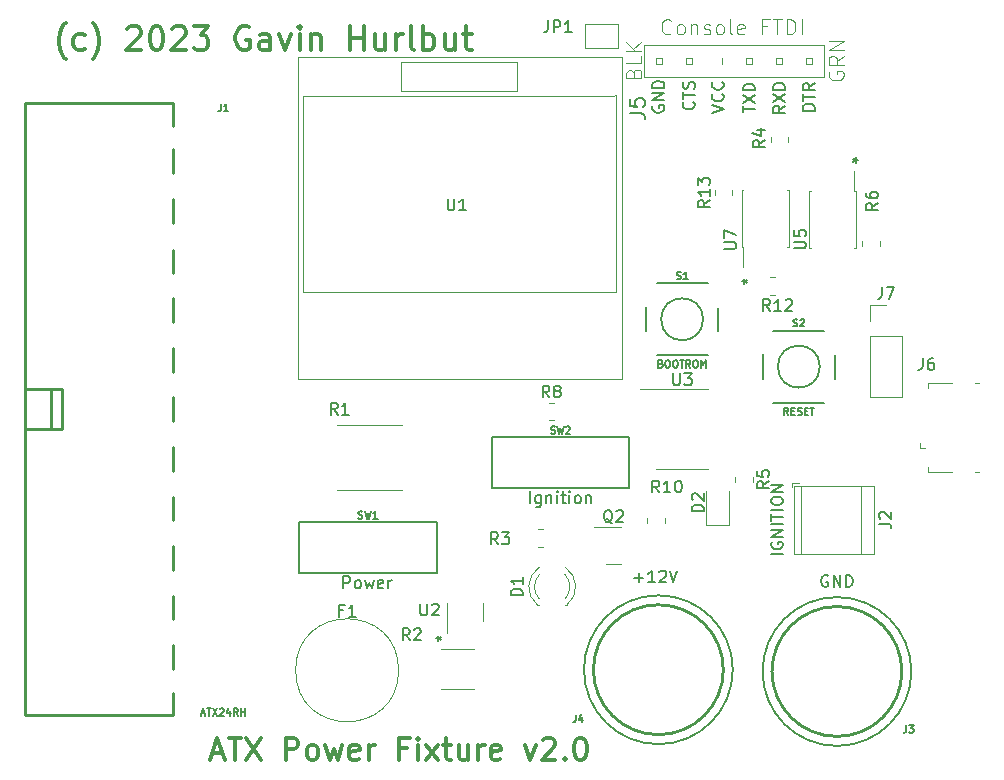
<source format=gbr>
%TF.GenerationSoftware,KiCad,Pcbnew,6.0.11-2627ca5db0~126~ubuntu22.04.1*%
%TF.CreationDate,2023-03-06T19:17:37-05:00*%
%TF.ProjectId,atx-power-fixture,6174782d-706f-4776-9572-2d6669787475,2.0*%
%TF.SameCoordinates,Original*%
%TF.FileFunction,Legend,Top*%
%TF.FilePolarity,Positive*%
%FSLAX46Y46*%
G04 Gerber Fmt 4.6, Leading zero omitted, Abs format (unit mm)*
G04 Created by KiCad (PCBNEW 6.0.11-2627ca5db0~126~ubuntu22.04.1) date 2023-03-06 19:17:37*
%MOMM*%
%LPD*%
G01*
G04 APERTURE LIST*
%ADD10C,0.300000*%
%ADD11C,0.150000*%
%ADD12C,0.127000*%
%ADD13C,0.101600*%
%ADD14C,0.120000*%
%ADD15C,0.203200*%
%ADD16C,0.066040*%
%ADD17C,0.254000*%
G04 APERTURE END LIST*
D10*
X92298095Y-56036666D02*
X92202857Y-55941428D01*
X92012380Y-55655714D01*
X91917142Y-55465238D01*
X91821904Y-55179523D01*
X91726666Y-54703333D01*
X91726666Y-54322380D01*
X91821904Y-53846190D01*
X91917142Y-53560476D01*
X92012380Y-53370000D01*
X92202857Y-53084285D01*
X92298095Y-52989047D01*
X93917142Y-55179523D02*
X93726666Y-55274761D01*
X93345714Y-55274761D01*
X93155238Y-55179523D01*
X93060000Y-55084285D01*
X92964761Y-54893809D01*
X92964761Y-54322380D01*
X93060000Y-54131904D01*
X93155238Y-54036666D01*
X93345714Y-53941428D01*
X93726666Y-53941428D01*
X93917142Y-54036666D01*
X94583809Y-56036666D02*
X94679047Y-55941428D01*
X94869523Y-55655714D01*
X94964761Y-55465238D01*
X95060000Y-55179523D01*
X95155238Y-54703333D01*
X95155238Y-54322380D01*
X95060000Y-53846190D01*
X94964761Y-53560476D01*
X94869523Y-53370000D01*
X94679047Y-53084285D01*
X94583809Y-52989047D01*
X97536190Y-53465238D02*
X97631428Y-53370000D01*
X97821904Y-53274761D01*
X98298095Y-53274761D01*
X98488571Y-53370000D01*
X98583809Y-53465238D01*
X98679047Y-53655714D01*
X98679047Y-53846190D01*
X98583809Y-54131904D01*
X97440952Y-55274761D01*
X98679047Y-55274761D01*
X99917142Y-53274761D02*
X100107619Y-53274761D01*
X100298095Y-53370000D01*
X100393333Y-53465238D01*
X100488571Y-53655714D01*
X100583809Y-54036666D01*
X100583809Y-54512857D01*
X100488571Y-54893809D01*
X100393333Y-55084285D01*
X100298095Y-55179523D01*
X100107619Y-55274761D01*
X99917142Y-55274761D01*
X99726666Y-55179523D01*
X99631428Y-55084285D01*
X99536190Y-54893809D01*
X99440952Y-54512857D01*
X99440952Y-54036666D01*
X99536190Y-53655714D01*
X99631428Y-53465238D01*
X99726666Y-53370000D01*
X99917142Y-53274761D01*
X101345714Y-53465238D02*
X101440952Y-53370000D01*
X101631428Y-53274761D01*
X102107619Y-53274761D01*
X102298095Y-53370000D01*
X102393333Y-53465238D01*
X102488571Y-53655714D01*
X102488571Y-53846190D01*
X102393333Y-54131904D01*
X101250476Y-55274761D01*
X102488571Y-55274761D01*
X103155238Y-53274761D02*
X104393333Y-53274761D01*
X103726666Y-54036666D01*
X104012380Y-54036666D01*
X104202857Y-54131904D01*
X104298095Y-54227142D01*
X104393333Y-54417619D01*
X104393333Y-54893809D01*
X104298095Y-55084285D01*
X104202857Y-55179523D01*
X104012380Y-55274761D01*
X103440952Y-55274761D01*
X103250476Y-55179523D01*
X103155238Y-55084285D01*
X107821904Y-53370000D02*
X107631428Y-53274761D01*
X107345714Y-53274761D01*
X107060000Y-53370000D01*
X106869523Y-53560476D01*
X106774285Y-53750952D01*
X106679047Y-54131904D01*
X106679047Y-54417619D01*
X106774285Y-54798571D01*
X106869523Y-54989047D01*
X107060000Y-55179523D01*
X107345714Y-55274761D01*
X107536190Y-55274761D01*
X107821904Y-55179523D01*
X107917142Y-55084285D01*
X107917142Y-54417619D01*
X107536190Y-54417619D01*
X109631428Y-55274761D02*
X109631428Y-54227142D01*
X109536190Y-54036666D01*
X109345714Y-53941428D01*
X108964761Y-53941428D01*
X108774285Y-54036666D01*
X109631428Y-55179523D02*
X109440952Y-55274761D01*
X108964761Y-55274761D01*
X108774285Y-55179523D01*
X108679047Y-54989047D01*
X108679047Y-54798571D01*
X108774285Y-54608095D01*
X108964761Y-54512857D01*
X109440952Y-54512857D01*
X109631428Y-54417619D01*
X110393333Y-53941428D02*
X110869523Y-55274761D01*
X111345714Y-53941428D01*
X112107619Y-55274761D02*
X112107619Y-53941428D01*
X112107619Y-53274761D02*
X112012380Y-53370000D01*
X112107619Y-53465238D01*
X112202857Y-53370000D01*
X112107619Y-53274761D01*
X112107619Y-53465238D01*
X113060000Y-53941428D02*
X113060000Y-55274761D01*
X113060000Y-54131904D02*
X113155238Y-54036666D01*
X113345714Y-53941428D01*
X113631428Y-53941428D01*
X113821904Y-54036666D01*
X113917142Y-54227142D01*
X113917142Y-55274761D01*
X116393333Y-55274761D02*
X116393333Y-53274761D01*
X116393333Y-54227142D02*
X117536190Y-54227142D01*
X117536190Y-55274761D02*
X117536190Y-53274761D01*
X119345714Y-53941428D02*
X119345714Y-55274761D01*
X118488571Y-53941428D02*
X118488571Y-54989047D01*
X118583809Y-55179523D01*
X118774285Y-55274761D01*
X119060000Y-55274761D01*
X119250476Y-55179523D01*
X119345714Y-55084285D01*
X120298095Y-55274761D02*
X120298095Y-53941428D01*
X120298095Y-54322380D02*
X120393333Y-54131904D01*
X120488571Y-54036666D01*
X120679047Y-53941428D01*
X120869523Y-53941428D01*
X121821904Y-55274761D02*
X121631428Y-55179523D01*
X121536190Y-54989047D01*
X121536190Y-53274761D01*
X122583809Y-55274761D02*
X122583809Y-53274761D01*
X122583809Y-54036666D02*
X122774285Y-53941428D01*
X123155238Y-53941428D01*
X123345714Y-54036666D01*
X123440952Y-54131904D01*
X123536190Y-54322380D01*
X123536190Y-54893809D01*
X123440952Y-55084285D01*
X123345714Y-55179523D01*
X123155238Y-55274761D01*
X122774285Y-55274761D01*
X122583809Y-55179523D01*
X125250476Y-53941428D02*
X125250476Y-55274761D01*
X124393333Y-53941428D02*
X124393333Y-54989047D01*
X124488571Y-55179523D01*
X124679047Y-55274761D01*
X124964761Y-55274761D01*
X125155238Y-55179523D01*
X125250476Y-55084285D01*
X125917142Y-53941428D02*
X126679047Y-53941428D01*
X126202857Y-53274761D02*
X126202857Y-54989047D01*
X126298095Y-55179523D01*
X126488571Y-55274761D01*
X126679047Y-55274761D01*
X104702857Y-114838333D02*
X105583809Y-114838333D01*
X104526666Y-115366904D02*
X105143333Y-113516904D01*
X105760000Y-115366904D01*
X106112380Y-113516904D02*
X107169523Y-113516904D01*
X106640952Y-115366904D02*
X106640952Y-113516904D01*
X107610000Y-113516904D02*
X108843333Y-115366904D01*
X108843333Y-113516904D02*
X107610000Y-115366904D01*
X110957619Y-115366904D02*
X110957619Y-113516904D01*
X111662380Y-113516904D01*
X111838571Y-113605000D01*
X111926666Y-113693095D01*
X112014761Y-113869285D01*
X112014761Y-114133571D01*
X111926666Y-114309761D01*
X111838571Y-114397857D01*
X111662380Y-114485952D01*
X110957619Y-114485952D01*
X113071904Y-115366904D02*
X112895714Y-115278809D01*
X112807619Y-115190714D01*
X112719523Y-115014523D01*
X112719523Y-114485952D01*
X112807619Y-114309761D01*
X112895714Y-114221666D01*
X113071904Y-114133571D01*
X113336190Y-114133571D01*
X113512380Y-114221666D01*
X113600476Y-114309761D01*
X113688571Y-114485952D01*
X113688571Y-115014523D01*
X113600476Y-115190714D01*
X113512380Y-115278809D01*
X113336190Y-115366904D01*
X113071904Y-115366904D01*
X114305238Y-114133571D02*
X114657619Y-115366904D01*
X115010000Y-114485952D01*
X115362380Y-115366904D01*
X115714761Y-114133571D01*
X117124285Y-115278809D02*
X116948095Y-115366904D01*
X116595714Y-115366904D01*
X116419523Y-115278809D01*
X116331428Y-115102619D01*
X116331428Y-114397857D01*
X116419523Y-114221666D01*
X116595714Y-114133571D01*
X116948095Y-114133571D01*
X117124285Y-114221666D01*
X117212380Y-114397857D01*
X117212380Y-114574047D01*
X116331428Y-114750238D01*
X118005238Y-115366904D02*
X118005238Y-114133571D01*
X118005238Y-114485952D02*
X118093333Y-114309761D01*
X118181428Y-114221666D01*
X118357619Y-114133571D01*
X118533809Y-114133571D01*
X121176666Y-114397857D02*
X120560000Y-114397857D01*
X120560000Y-115366904D02*
X120560000Y-113516904D01*
X121440952Y-113516904D01*
X122145714Y-115366904D02*
X122145714Y-114133571D01*
X122145714Y-113516904D02*
X122057619Y-113605000D01*
X122145714Y-113693095D01*
X122233809Y-113605000D01*
X122145714Y-113516904D01*
X122145714Y-113693095D01*
X122850476Y-115366904D02*
X123819523Y-114133571D01*
X122850476Y-114133571D02*
X123819523Y-115366904D01*
X124260000Y-114133571D02*
X124964761Y-114133571D01*
X124524285Y-113516904D02*
X124524285Y-115102619D01*
X124612380Y-115278809D01*
X124788571Y-115366904D01*
X124964761Y-115366904D01*
X126374285Y-114133571D02*
X126374285Y-115366904D01*
X125581428Y-114133571D02*
X125581428Y-115102619D01*
X125669523Y-115278809D01*
X125845714Y-115366904D01*
X126110000Y-115366904D01*
X126286190Y-115278809D01*
X126374285Y-115190714D01*
X127255238Y-115366904D02*
X127255238Y-114133571D01*
X127255238Y-114485952D02*
X127343333Y-114309761D01*
X127431428Y-114221666D01*
X127607619Y-114133571D01*
X127783809Y-114133571D01*
X129105238Y-115278809D02*
X128929047Y-115366904D01*
X128576666Y-115366904D01*
X128400476Y-115278809D01*
X128312380Y-115102619D01*
X128312380Y-114397857D01*
X128400476Y-114221666D01*
X128576666Y-114133571D01*
X128929047Y-114133571D01*
X129105238Y-114221666D01*
X129193333Y-114397857D01*
X129193333Y-114574047D01*
X128312380Y-114750238D01*
X131219523Y-114133571D02*
X131660000Y-115366904D01*
X132100476Y-114133571D01*
X132717142Y-113693095D02*
X132805238Y-113605000D01*
X132981428Y-113516904D01*
X133421904Y-113516904D01*
X133598095Y-113605000D01*
X133686190Y-113693095D01*
X133774285Y-113869285D01*
X133774285Y-114045476D01*
X133686190Y-114309761D01*
X132629047Y-115366904D01*
X133774285Y-115366904D01*
X134567142Y-115190714D02*
X134655238Y-115278809D01*
X134567142Y-115366904D01*
X134479047Y-115278809D01*
X134567142Y-115190714D01*
X134567142Y-115366904D01*
X135800476Y-113516904D02*
X135976666Y-113516904D01*
X136152857Y-113605000D01*
X136240952Y-113693095D01*
X136329047Y-113869285D01*
X136417142Y-114221666D01*
X136417142Y-114662142D01*
X136329047Y-115014523D01*
X136240952Y-115190714D01*
X136152857Y-115278809D01*
X135976666Y-115366904D01*
X135800476Y-115366904D01*
X135624285Y-115278809D01*
X135536190Y-115190714D01*
X135448095Y-115014523D01*
X135360000Y-114662142D01*
X135360000Y-114221666D01*
X135448095Y-113869285D01*
X135536190Y-113693095D01*
X135624285Y-113605000D01*
X135800476Y-113516904D01*
D11*
%TO.C,U3*%
X143748095Y-82662380D02*
X143748095Y-83471904D01*
X143795714Y-83567142D01*
X143843333Y-83614761D01*
X143938571Y-83662380D01*
X144129047Y-83662380D01*
X144224285Y-83614761D01*
X144271904Y-83567142D01*
X144319523Y-83471904D01*
X144319523Y-82662380D01*
X144700476Y-82662380D02*
X145319523Y-82662380D01*
X144986190Y-83043333D01*
X145129047Y-83043333D01*
X145224285Y-83090952D01*
X145271904Y-83138571D01*
X145319523Y-83233809D01*
X145319523Y-83471904D01*
X145271904Y-83567142D01*
X145224285Y-83614761D01*
X145129047Y-83662380D01*
X144843333Y-83662380D01*
X144748095Y-83614761D01*
X144700476Y-83567142D01*
%TO.C,J2*%
X161202380Y-95383333D02*
X161916666Y-95383333D01*
X162059523Y-95430952D01*
X162154761Y-95526190D01*
X162202380Y-95669047D01*
X162202380Y-95764285D01*
X161297619Y-94954761D02*
X161250000Y-94907142D01*
X161202380Y-94811904D01*
X161202380Y-94573809D01*
X161250000Y-94478571D01*
X161297619Y-94430952D01*
X161392857Y-94383333D01*
X161488095Y-94383333D01*
X161630952Y-94430952D01*
X162202380Y-95002380D01*
X162202380Y-94383333D01*
X153022380Y-97978571D02*
X152022380Y-97978571D01*
X152070000Y-96978571D02*
X152022380Y-97073809D01*
X152022380Y-97216666D01*
X152070000Y-97359523D01*
X152165238Y-97454761D01*
X152260476Y-97502380D01*
X152450952Y-97550000D01*
X152593809Y-97550000D01*
X152784285Y-97502380D01*
X152879523Y-97454761D01*
X152974761Y-97359523D01*
X153022380Y-97216666D01*
X153022380Y-97121428D01*
X152974761Y-96978571D01*
X152927142Y-96930952D01*
X152593809Y-96930952D01*
X152593809Y-97121428D01*
X153022380Y-96502380D02*
X152022380Y-96502380D01*
X153022380Y-95930952D01*
X152022380Y-95930952D01*
X153022380Y-95454761D02*
X152022380Y-95454761D01*
X152022380Y-95121428D02*
X152022380Y-94550000D01*
X153022380Y-94835714D02*
X152022380Y-94835714D01*
X153022380Y-94216666D02*
X152022380Y-94216666D01*
X152022380Y-93550000D02*
X152022380Y-93359523D01*
X152070000Y-93264285D01*
X152165238Y-93169047D01*
X152355714Y-93121428D01*
X152689047Y-93121428D01*
X152879523Y-93169047D01*
X152974761Y-93264285D01*
X153022380Y-93359523D01*
X153022380Y-93550000D01*
X152974761Y-93645238D01*
X152879523Y-93740476D01*
X152689047Y-93788095D01*
X152355714Y-93788095D01*
X152165238Y-93740476D01*
X152070000Y-93645238D01*
X152022380Y-93550000D01*
X153022380Y-92692857D02*
X152022380Y-92692857D01*
X153022380Y-92121428D01*
X152022380Y-92121428D01*
D12*
%TO.C,S2*%
X153915542Y-78653742D02*
X154002628Y-78682771D01*
X154147771Y-78682771D01*
X154205828Y-78653742D01*
X154234857Y-78624714D01*
X154263885Y-78566657D01*
X154263885Y-78508600D01*
X154234857Y-78450542D01*
X154205828Y-78421514D01*
X154147771Y-78392485D01*
X154031657Y-78363457D01*
X153973600Y-78334428D01*
X153944571Y-78305400D01*
X153915542Y-78247342D01*
X153915542Y-78189285D01*
X153944571Y-78131228D01*
X153973600Y-78102200D01*
X154031657Y-78073171D01*
X154176800Y-78073171D01*
X154263885Y-78102200D01*
X154496114Y-78131228D02*
X154525142Y-78102200D01*
X154583200Y-78073171D01*
X154728342Y-78073171D01*
X154786400Y-78102200D01*
X154815428Y-78131228D01*
X154844457Y-78189285D01*
X154844457Y-78247342D01*
X154815428Y-78334428D01*
X154467085Y-78682771D01*
X154844457Y-78682771D01*
X153494628Y-86175771D02*
X153291428Y-85885485D01*
X153146285Y-86175771D02*
X153146285Y-85566171D01*
X153378514Y-85566171D01*
X153436571Y-85595200D01*
X153465600Y-85624228D01*
X153494628Y-85682285D01*
X153494628Y-85769371D01*
X153465600Y-85827428D01*
X153436571Y-85856457D01*
X153378514Y-85885485D01*
X153146285Y-85885485D01*
X153755885Y-85856457D02*
X153959085Y-85856457D01*
X154046171Y-86175771D02*
X153755885Y-86175771D01*
X153755885Y-85566171D01*
X154046171Y-85566171D01*
X154278400Y-86146742D02*
X154365485Y-86175771D01*
X154510628Y-86175771D01*
X154568685Y-86146742D01*
X154597714Y-86117714D01*
X154626742Y-86059657D01*
X154626742Y-86001600D01*
X154597714Y-85943542D01*
X154568685Y-85914514D01*
X154510628Y-85885485D01*
X154394514Y-85856457D01*
X154336457Y-85827428D01*
X154307428Y-85798400D01*
X154278400Y-85740342D01*
X154278400Y-85682285D01*
X154307428Y-85624228D01*
X154336457Y-85595200D01*
X154394514Y-85566171D01*
X154539657Y-85566171D01*
X154626742Y-85595200D01*
X154888000Y-85856457D02*
X155091200Y-85856457D01*
X155178285Y-86175771D02*
X154888000Y-86175771D01*
X154888000Y-85566171D01*
X155178285Y-85566171D01*
X155352457Y-85566171D02*
X155700800Y-85566171D01*
X155526628Y-86175771D02*
X155526628Y-85566171D01*
%TO.C,S1*%
X144036742Y-74644342D02*
X144123828Y-74673371D01*
X144268971Y-74673371D01*
X144327028Y-74644342D01*
X144356057Y-74615314D01*
X144385085Y-74557257D01*
X144385085Y-74499200D01*
X144356057Y-74441142D01*
X144327028Y-74412114D01*
X144268971Y-74383085D01*
X144152857Y-74354057D01*
X144094800Y-74325028D01*
X144065771Y-74296000D01*
X144036742Y-74237942D01*
X144036742Y-74179885D01*
X144065771Y-74121828D01*
X144094800Y-74092800D01*
X144152857Y-74063771D01*
X144298000Y-74063771D01*
X144385085Y-74092800D01*
X144965657Y-74673371D02*
X144617314Y-74673371D01*
X144791485Y-74673371D02*
X144791485Y-74063771D01*
X144733428Y-74150857D01*
X144675371Y-74208914D01*
X144617314Y-74237942D01*
X142701428Y-81847057D02*
X142788514Y-81876085D01*
X142817542Y-81905114D01*
X142846571Y-81963171D01*
X142846571Y-82050257D01*
X142817542Y-82108314D01*
X142788514Y-82137342D01*
X142730457Y-82166371D01*
X142498228Y-82166371D01*
X142498228Y-81556771D01*
X142701428Y-81556771D01*
X142759485Y-81585800D01*
X142788514Y-81614828D01*
X142817542Y-81672885D01*
X142817542Y-81730942D01*
X142788514Y-81789000D01*
X142759485Y-81818028D01*
X142701428Y-81847057D01*
X142498228Y-81847057D01*
X143223942Y-81556771D02*
X143340057Y-81556771D01*
X143398114Y-81585800D01*
X143456171Y-81643857D01*
X143485200Y-81759971D01*
X143485200Y-81963171D01*
X143456171Y-82079285D01*
X143398114Y-82137342D01*
X143340057Y-82166371D01*
X143223942Y-82166371D01*
X143165885Y-82137342D01*
X143107828Y-82079285D01*
X143078800Y-81963171D01*
X143078800Y-81759971D01*
X143107828Y-81643857D01*
X143165885Y-81585800D01*
X143223942Y-81556771D01*
X143862571Y-81556771D02*
X143978685Y-81556771D01*
X144036742Y-81585800D01*
X144094800Y-81643857D01*
X144123828Y-81759971D01*
X144123828Y-81963171D01*
X144094800Y-82079285D01*
X144036742Y-82137342D01*
X143978685Y-82166371D01*
X143862571Y-82166371D01*
X143804514Y-82137342D01*
X143746457Y-82079285D01*
X143717428Y-81963171D01*
X143717428Y-81759971D01*
X143746457Y-81643857D01*
X143804514Y-81585800D01*
X143862571Y-81556771D01*
X144298000Y-81556771D02*
X144646342Y-81556771D01*
X144472171Y-82166371D02*
X144472171Y-81556771D01*
X145197885Y-82166371D02*
X144994685Y-81876085D01*
X144849542Y-82166371D02*
X144849542Y-81556771D01*
X145081771Y-81556771D01*
X145139828Y-81585800D01*
X145168857Y-81614828D01*
X145197885Y-81672885D01*
X145197885Y-81759971D01*
X145168857Y-81818028D01*
X145139828Y-81847057D01*
X145081771Y-81876085D01*
X144849542Y-81876085D01*
X145575257Y-81556771D02*
X145691371Y-81556771D01*
X145749428Y-81585800D01*
X145807485Y-81643857D01*
X145836514Y-81759971D01*
X145836514Y-81963171D01*
X145807485Y-82079285D01*
X145749428Y-82137342D01*
X145691371Y-82166371D01*
X145575257Y-82166371D01*
X145517200Y-82137342D01*
X145459142Y-82079285D01*
X145430114Y-81963171D01*
X145430114Y-81759971D01*
X145459142Y-81643857D01*
X145517200Y-81585800D01*
X145575257Y-81556771D01*
X146097771Y-82166371D02*
X146097771Y-81556771D01*
X146300971Y-81992200D01*
X146504171Y-81556771D01*
X146504171Y-82166371D01*
D11*
%TO.C,R5*%
X151852380Y-91796666D02*
X151376190Y-92130000D01*
X151852380Y-92368095D02*
X150852380Y-92368095D01*
X150852380Y-91987142D01*
X150900000Y-91891904D01*
X150947619Y-91844285D01*
X151042857Y-91796666D01*
X151185714Y-91796666D01*
X151280952Y-91844285D01*
X151328571Y-91891904D01*
X151376190Y-91987142D01*
X151376190Y-92368095D01*
X150852380Y-90891904D02*
X150852380Y-91368095D01*
X151328571Y-91415714D01*
X151280952Y-91368095D01*
X151233333Y-91272857D01*
X151233333Y-91034761D01*
X151280952Y-90939523D01*
X151328571Y-90891904D01*
X151423809Y-90844285D01*
X151661904Y-90844285D01*
X151757142Y-90891904D01*
X151804761Y-90939523D01*
X151852380Y-91034761D01*
X151852380Y-91272857D01*
X151804761Y-91368095D01*
X151757142Y-91415714D01*
%TO.C,J7*%
X161426666Y-75342380D02*
X161426666Y-76056666D01*
X161379047Y-76199523D01*
X161283809Y-76294761D01*
X161140952Y-76342380D01*
X161045714Y-76342380D01*
X161807619Y-75342380D02*
X162474285Y-75342380D01*
X162045714Y-76342380D01*
%TO.C,J6*%
X164866666Y-81362380D02*
X164866666Y-82076666D01*
X164819047Y-82219523D01*
X164723809Y-82314761D01*
X164580952Y-82362380D01*
X164485714Y-82362380D01*
X165771428Y-81362380D02*
X165580952Y-81362380D01*
X165485714Y-81410000D01*
X165438095Y-81457619D01*
X165342857Y-81600476D01*
X165295238Y-81790952D01*
X165295238Y-82171904D01*
X165342857Y-82267142D01*
X165390476Y-82314761D01*
X165485714Y-82362380D01*
X165676190Y-82362380D01*
X165771428Y-82314761D01*
X165819047Y-82267142D01*
X165866666Y-82171904D01*
X165866666Y-81933809D01*
X165819047Y-81838571D01*
X165771428Y-81790952D01*
X165676190Y-81743333D01*
X165485714Y-81743333D01*
X165390476Y-81790952D01*
X165342857Y-81838571D01*
X165295238Y-81933809D01*
%TO.C,D2*%
X146312380Y-94338095D02*
X145312380Y-94338095D01*
X145312380Y-94100000D01*
X145360000Y-93957142D01*
X145455238Y-93861904D01*
X145550476Y-93814285D01*
X145740952Y-93766666D01*
X145883809Y-93766666D01*
X146074285Y-93814285D01*
X146169523Y-93861904D01*
X146264761Y-93957142D01*
X146312380Y-94100000D01*
X146312380Y-94338095D01*
X145407619Y-93385714D02*
X145360000Y-93338095D01*
X145312380Y-93242857D01*
X145312380Y-93004761D01*
X145360000Y-92909523D01*
X145407619Y-92861904D01*
X145502857Y-92814285D01*
X145598095Y-92814285D01*
X145740952Y-92861904D01*
X146312380Y-93433333D01*
X146312380Y-92814285D01*
%TO.C,U1*%
X124638095Y-67856380D02*
X124638095Y-68665904D01*
X124685714Y-68761142D01*
X124733333Y-68808761D01*
X124828571Y-68856380D01*
X125019047Y-68856380D01*
X125114285Y-68808761D01*
X125161904Y-68761142D01*
X125209523Y-68665904D01*
X125209523Y-67856380D01*
X126209523Y-68856380D02*
X125638095Y-68856380D01*
X125923809Y-68856380D02*
X125923809Y-67856380D01*
X125828571Y-67999238D01*
X125733333Y-68094476D01*
X125638095Y-68142095D01*
%TO.C,JP1*%
X133151666Y-52782380D02*
X133151666Y-53496666D01*
X133104047Y-53639523D01*
X133008809Y-53734761D01*
X132865952Y-53782380D01*
X132770714Y-53782380D01*
X133627857Y-53782380D02*
X133627857Y-52782380D01*
X134008809Y-52782380D01*
X134104047Y-52830000D01*
X134151666Y-52877619D01*
X134199285Y-52972857D01*
X134199285Y-53115714D01*
X134151666Y-53210952D01*
X134104047Y-53258571D01*
X134008809Y-53306190D01*
X133627857Y-53306190D01*
X135151666Y-53782380D02*
X134580238Y-53782380D01*
X134865952Y-53782380D02*
X134865952Y-52782380D01*
X134770714Y-52925238D01*
X134675476Y-53020476D01*
X134580238Y-53068095D01*
D12*
%TO.C,J5*%
X140064523Y-60623333D02*
X140971666Y-60623333D01*
X141153095Y-60683809D01*
X141274047Y-60804761D01*
X141334523Y-60986190D01*
X141334523Y-61107142D01*
X140064523Y-59413809D02*
X140064523Y-60018571D01*
X140669285Y-60079047D01*
X140608809Y-60018571D01*
X140548333Y-59897619D01*
X140548333Y-59595238D01*
X140608809Y-59474285D01*
X140669285Y-59413809D01*
X140790238Y-59353333D01*
X141092619Y-59353333D01*
X141213571Y-59413809D01*
X141274047Y-59474285D01*
X141334523Y-59595238D01*
X141334523Y-59897619D01*
X141274047Y-60018571D01*
X141213571Y-60079047D01*
D13*
X143561485Y-53834171D02*
X143501009Y-53894647D01*
X143319580Y-53955123D01*
X143198628Y-53955123D01*
X143017200Y-53894647D01*
X142896247Y-53773695D01*
X142835771Y-53652742D01*
X142775295Y-53410838D01*
X142775295Y-53229409D01*
X142835771Y-52987504D01*
X142896247Y-52866552D01*
X143017200Y-52745600D01*
X143198628Y-52685123D01*
X143319580Y-52685123D01*
X143501009Y-52745600D01*
X143561485Y-52806076D01*
X144287200Y-53955123D02*
X144166247Y-53894647D01*
X144105771Y-53834171D01*
X144045295Y-53713219D01*
X144045295Y-53350361D01*
X144105771Y-53229409D01*
X144166247Y-53168933D01*
X144287200Y-53108457D01*
X144468628Y-53108457D01*
X144589580Y-53168933D01*
X144650057Y-53229409D01*
X144710533Y-53350361D01*
X144710533Y-53713219D01*
X144650057Y-53834171D01*
X144589580Y-53894647D01*
X144468628Y-53955123D01*
X144287200Y-53955123D01*
X145254819Y-53108457D02*
X145254819Y-53955123D01*
X145254819Y-53229409D02*
X145315295Y-53168933D01*
X145436247Y-53108457D01*
X145617676Y-53108457D01*
X145738628Y-53168933D01*
X145799104Y-53289885D01*
X145799104Y-53955123D01*
X146343390Y-53894647D02*
X146464342Y-53955123D01*
X146706247Y-53955123D01*
X146827200Y-53894647D01*
X146887676Y-53773695D01*
X146887676Y-53713219D01*
X146827200Y-53592266D01*
X146706247Y-53531790D01*
X146524819Y-53531790D01*
X146403866Y-53471314D01*
X146343390Y-53350361D01*
X146343390Y-53289885D01*
X146403866Y-53168933D01*
X146524819Y-53108457D01*
X146706247Y-53108457D01*
X146827200Y-53168933D01*
X147613390Y-53955123D02*
X147492438Y-53894647D01*
X147431961Y-53834171D01*
X147371485Y-53713219D01*
X147371485Y-53350361D01*
X147431961Y-53229409D01*
X147492438Y-53168933D01*
X147613390Y-53108457D01*
X147794819Y-53108457D01*
X147915771Y-53168933D01*
X147976247Y-53229409D01*
X148036723Y-53350361D01*
X148036723Y-53713219D01*
X147976247Y-53834171D01*
X147915771Y-53894647D01*
X147794819Y-53955123D01*
X147613390Y-53955123D01*
X148762438Y-53955123D02*
X148641485Y-53894647D01*
X148581009Y-53773695D01*
X148581009Y-52685123D01*
X149730057Y-53894647D02*
X149609104Y-53955123D01*
X149367200Y-53955123D01*
X149246247Y-53894647D01*
X149185771Y-53773695D01*
X149185771Y-53289885D01*
X149246247Y-53168933D01*
X149367200Y-53108457D01*
X149609104Y-53108457D01*
X149730057Y-53168933D01*
X149790533Y-53289885D01*
X149790533Y-53410838D01*
X149185771Y-53531790D01*
X151725771Y-53289885D02*
X151302438Y-53289885D01*
X151302438Y-53955123D02*
X151302438Y-52685123D01*
X151907200Y-52685123D01*
X152209580Y-52685123D02*
X152935295Y-52685123D01*
X152572438Y-53955123D02*
X152572438Y-52685123D01*
X153358628Y-53955123D02*
X153358628Y-52685123D01*
X153661009Y-52685123D01*
X153842438Y-52745600D01*
X153963390Y-52866552D01*
X154023866Y-52987504D01*
X154084342Y-53229409D01*
X154084342Y-53410838D01*
X154023866Y-53652742D01*
X153963390Y-53773695D01*
X153842438Y-53894647D01*
X153661009Y-53955123D01*
X153358628Y-53955123D01*
X154628628Y-53955123D02*
X154628628Y-52685123D01*
D11*
X142034600Y-60009904D02*
X141986980Y-60105142D01*
X141986980Y-60248000D01*
X142034600Y-60390857D01*
X142129838Y-60486095D01*
X142225076Y-60533714D01*
X142415552Y-60581333D01*
X142558409Y-60581333D01*
X142748885Y-60533714D01*
X142844123Y-60486095D01*
X142939361Y-60390857D01*
X142986980Y-60248000D01*
X142986980Y-60152761D01*
X142939361Y-60009904D01*
X142891742Y-59962285D01*
X142558409Y-59962285D01*
X142558409Y-60152761D01*
X142986980Y-59533714D02*
X141986980Y-59533714D01*
X142986980Y-58962285D01*
X141986980Y-58962285D01*
X142986980Y-58486095D02*
X141986980Y-58486095D01*
X141986980Y-58248000D01*
X142034600Y-58105142D01*
X142129838Y-58009904D01*
X142225076Y-57962285D01*
X142415552Y-57914666D01*
X142558409Y-57914666D01*
X142748885Y-57962285D01*
X142844123Y-58009904D01*
X142939361Y-58105142D01*
X142986980Y-58248000D01*
X142986980Y-58486095D01*
X149657780Y-60560704D02*
X149657780Y-59989276D01*
X150657780Y-60274990D02*
X149657780Y-60274990D01*
X149657780Y-59751180D02*
X150657780Y-59084514D01*
X149657780Y-59084514D02*
X150657780Y-59751180D01*
X150657780Y-58703561D02*
X149657780Y-58703561D01*
X149657780Y-58465466D01*
X149705400Y-58322609D01*
X149800638Y-58227371D01*
X149895876Y-58179752D01*
X150086352Y-58132133D01*
X150229209Y-58132133D01*
X150419685Y-58179752D01*
X150514923Y-58227371D01*
X150610161Y-58322609D01*
X150657780Y-58465466D01*
X150657780Y-58703561D01*
X153197780Y-60016266D02*
X152721590Y-60349600D01*
X153197780Y-60587695D02*
X152197780Y-60587695D01*
X152197780Y-60206742D01*
X152245400Y-60111504D01*
X152293019Y-60063885D01*
X152388257Y-60016266D01*
X152531114Y-60016266D01*
X152626352Y-60063885D01*
X152673971Y-60111504D01*
X152721590Y-60206742D01*
X152721590Y-60587695D01*
X152197780Y-59682933D02*
X153197780Y-59016266D01*
X152197780Y-59016266D02*
X153197780Y-59682933D01*
X153197780Y-58635314D02*
X152197780Y-58635314D01*
X152197780Y-58397219D01*
X152245400Y-58254361D01*
X152340638Y-58159123D01*
X152435876Y-58111504D01*
X152626352Y-58063885D01*
X152769209Y-58063885D01*
X152959685Y-58111504D01*
X153054923Y-58159123D01*
X153150161Y-58254361D01*
X153197780Y-58397219D01*
X153197780Y-58635314D01*
D13*
X156975000Y-57117619D02*
X156914523Y-57238571D01*
X156914523Y-57420000D01*
X156975000Y-57601428D01*
X157095952Y-57722380D01*
X157216904Y-57782857D01*
X157458809Y-57843333D01*
X157640238Y-57843333D01*
X157882142Y-57782857D01*
X158003095Y-57722380D01*
X158124047Y-57601428D01*
X158184523Y-57420000D01*
X158184523Y-57299047D01*
X158124047Y-57117619D01*
X158063571Y-57057142D01*
X157640238Y-57057142D01*
X157640238Y-57299047D01*
X158184523Y-55787142D02*
X157579761Y-56210476D01*
X158184523Y-56512857D02*
X156914523Y-56512857D01*
X156914523Y-56029047D01*
X156975000Y-55908095D01*
X157035476Y-55847619D01*
X157156428Y-55787142D01*
X157337857Y-55787142D01*
X157458809Y-55847619D01*
X157519285Y-55908095D01*
X157579761Y-56029047D01*
X157579761Y-56512857D01*
X158184523Y-55242857D02*
X156914523Y-55242857D01*
X158184523Y-54517142D01*
X156914523Y-54517142D01*
X140389285Y-57238333D02*
X140449761Y-57056904D01*
X140510238Y-56996428D01*
X140631190Y-56935952D01*
X140812619Y-56935952D01*
X140933571Y-56996428D01*
X140994047Y-57056904D01*
X141054523Y-57177857D01*
X141054523Y-57661666D01*
X139784523Y-57661666D01*
X139784523Y-57238333D01*
X139845000Y-57117380D01*
X139905476Y-57056904D01*
X140026428Y-56996428D01*
X140147380Y-56996428D01*
X140268333Y-57056904D01*
X140328809Y-57117380D01*
X140389285Y-57238333D01*
X140389285Y-57661666D01*
X141054523Y-55786904D02*
X141054523Y-56391666D01*
X139784523Y-56391666D01*
X141054523Y-55363571D02*
X139784523Y-55363571D01*
X141054523Y-54637857D02*
X140328809Y-55182142D01*
X139784523Y-54637857D02*
X140510238Y-55363571D01*
D11*
X147016180Y-60581333D02*
X148016180Y-60248000D01*
X147016180Y-59914666D01*
X147920942Y-59009904D02*
X147968561Y-59057523D01*
X148016180Y-59200380D01*
X148016180Y-59295619D01*
X147968561Y-59438476D01*
X147873323Y-59533714D01*
X147778085Y-59581333D01*
X147587609Y-59628952D01*
X147444752Y-59628952D01*
X147254276Y-59581333D01*
X147159038Y-59533714D01*
X147063800Y-59438476D01*
X147016180Y-59295619D01*
X147016180Y-59200380D01*
X147063800Y-59057523D01*
X147111419Y-59009904D01*
X147920942Y-58009904D02*
X147968561Y-58057523D01*
X148016180Y-58200380D01*
X148016180Y-58295619D01*
X147968561Y-58438476D01*
X147873323Y-58533714D01*
X147778085Y-58581333D01*
X147587609Y-58628952D01*
X147444752Y-58628952D01*
X147254276Y-58581333D01*
X147159038Y-58533714D01*
X147063800Y-58438476D01*
X147016180Y-58295619D01*
X147016180Y-58200380D01*
X147063800Y-58057523D01*
X147111419Y-58009904D01*
X145457142Y-59694019D02*
X145504761Y-59741638D01*
X145552380Y-59884495D01*
X145552380Y-59979733D01*
X145504761Y-60122590D01*
X145409523Y-60217828D01*
X145314285Y-60265447D01*
X145123809Y-60313066D01*
X144980952Y-60313066D01*
X144790476Y-60265447D01*
X144695238Y-60217828D01*
X144600000Y-60122590D01*
X144552380Y-59979733D01*
X144552380Y-59884495D01*
X144600000Y-59741638D01*
X144647619Y-59694019D01*
X144552380Y-59408304D02*
X144552380Y-58836876D01*
X145552380Y-59122590D02*
X144552380Y-59122590D01*
X145504761Y-58551161D02*
X145552380Y-58408304D01*
X145552380Y-58170209D01*
X145504761Y-58074971D01*
X145457142Y-58027352D01*
X145361904Y-57979733D01*
X145266666Y-57979733D01*
X145171428Y-58027352D01*
X145123809Y-58074971D01*
X145076190Y-58170209D01*
X145028571Y-58360685D01*
X144980952Y-58455923D01*
X144933333Y-58503542D01*
X144838095Y-58551161D01*
X144742857Y-58551161D01*
X144647619Y-58503542D01*
X144600000Y-58455923D01*
X144552380Y-58360685D01*
X144552380Y-58122590D01*
X144600000Y-57979733D01*
X155712380Y-60416257D02*
X154712380Y-60416257D01*
X154712380Y-60178161D01*
X154760000Y-60035304D01*
X154855238Y-59940066D01*
X154950476Y-59892447D01*
X155140952Y-59844828D01*
X155283809Y-59844828D01*
X155474285Y-59892447D01*
X155569523Y-59940066D01*
X155664761Y-60035304D01*
X155712380Y-60178161D01*
X155712380Y-60416257D01*
X154712380Y-59559114D02*
X154712380Y-58987685D01*
X155712380Y-59273400D02*
X154712380Y-59273400D01*
X155712380Y-58082923D02*
X155236190Y-58416257D01*
X155712380Y-58654352D02*
X154712380Y-58654352D01*
X154712380Y-58273400D01*
X154760000Y-58178161D01*
X154807619Y-58130542D01*
X154902857Y-58082923D01*
X155045714Y-58082923D01*
X155140952Y-58130542D01*
X155188571Y-58178161D01*
X155236190Y-58273400D01*
X155236190Y-58654352D01*
D12*
%TO.C,J1*%
X105456840Y-59841131D02*
X105456840Y-60276560D01*
X105427811Y-60363645D01*
X105369754Y-60421702D01*
X105282668Y-60450731D01*
X105224611Y-60450731D01*
X106066440Y-60450731D02*
X105718097Y-60450731D01*
X105892268Y-60450731D02*
X105892268Y-59841131D01*
X105834211Y-59928217D01*
X105776154Y-59986274D01*
X105718097Y-60015302D01*
X103787697Y-111457560D02*
X104077982Y-111457560D01*
X103729640Y-111631731D02*
X103932840Y-111022131D01*
X104136040Y-111631731D01*
X104252154Y-111022131D02*
X104600497Y-111022131D01*
X104426325Y-111631731D02*
X104426325Y-111022131D01*
X104745640Y-111022131D02*
X105152040Y-111631731D01*
X105152040Y-111022131D02*
X104745640Y-111631731D01*
X105355240Y-111080188D02*
X105384268Y-111051160D01*
X105442325Y-111022131D01*
X105587468Y-111022131D01*
X105645525Y-111051160D01*
X105674554Y-111080188D01*
X105703582Y-111138245D01*
X105703582Y-111196302D01*
X105674554Y-111283388D01*
X105326211Y-111631731D01*
X105703582Y-111631731D01*
X106226097Y-111225331D02*
X106226097Y-111631731D01*
X106080954Y-110993102D02*
X105935811Y-111428531D01*
X106313182Y-111428531D01*
X106893754Y-111631731D02*
X106690554Y-111341445D01*
X106545411Y-111631731D02*
X106545411Y-111022131D01*
X106777640Y-111022131D01*
X106835697Y-111051160D01*
X106864725Y-111080188D01*
X106893754Y-111138245D01*
X106893754Y-111225331D01*
X106864725Y-111283388D01*
X106835697Y-111312417D01*
X106777640Y-111341445D01*
X106545411Y-111341445D01*
X107155011Y-111631731D02*
X107155011Y-111022131D01*
X107155011Y-111312417D02*
X107503354Y-111312417D01*
X107503354Y-111631731D02*
X107503354Y-111022131D01*
D11*
%TO.C,U7*%
X148082380Y-72131904D02*
X148891904Y-72131904D01*
X148987142Y-72084285D01*
X149034761Y-72036666D01*
X149082380Y-71941428D01*
X149082380Y-71750952D01*
X149034761Y-71655714D01*
X148987142Y-71608095D01*
X148891904Y-71560476D01*
X148082380Y-71560476D01*
X148082380Y-71179523D02*
X148082380Y-70512857D01*
X149082380Y-70941428D01*
X149582380Y-74870000D02*
X149820476Y-74870000D01*
X149725238Y-75108095D02*
X149820476Y-74870000D01*
X149725238Y-74631904D01*
X150010952Y-75012857D02*
X149820476Y-74870000D01*
X150010952Y-74727142D01*
%TO.C,R10*%
X142557142Y-92742380D02*
X142223809Y-92266190D01*
X141985714Y-92742380D02*
X141985714Y-91742380D01*
X142366666Y-91742380D01*
X142461904Y-91790000D01*
X142509523Y-91837619D01*
X142557142Y-91932857D01*
X142557142Y-92075714D01*
X142509523Y-92170952D01*
X142461904Y-92218571D01*
X142366666Y-92266190D01*
X141985714Y-92266190D01*
X143509523Y-92742380D02*
X142938095Y-92742380D01*
X143223809Y-92742380D02*
X143223809Y-91742380D01*
X143128571Y-91885238D01*
X143033333Y-91980476D01*
X142938095Y-92028095D01*
X144128571Y-91742380D02*
X144223809Y-91742380D01*
X144319047Y-91790000D01*
X144366666Y-91837619D01*
X144414285Y-91932857D01*
X144461904Y-92123333D01*
X144461904Y-92361428D01*
X144414285Y-92551904D01*
X144366666Y-92647142D01*
X144319047Y-92694761D01*
X144223809Y-92742380D01*
X144128571Y-92742380D01*
X144033333Y-92694761D01*
X143985714Y-92647142D01*
X143938095Y-92551904D01*
X143890476Y-92361428D01*
X143890476Y-92123333D01*
X143938095Y-91932857D01*
X143985714Y-91837619D01*
X144033333Y-91790000D01*
X144128571Y-91742380D01*
D12*
%TO.C,J3*%
X163496800Y-112466171D02*
X163496800Y-112901600D01*
X163467771Y-112988685D01*
X163409714Y-113046742D01*
X163322628Y-113075771D01*
X163264571Y-113075771D01*
X163729028Y-112466171D02*
X164106400Y-112466171D01*
X163903200Y-112698400D01*
X163990285Y-112698400D01*
X164048342Y-112727428D01*
X164077371Y-112756457D01*
X164106400Y-112814514D01*
X164106400Y-112959657D01*
X164077371Y-113017714D01*
X164048342Y-113046742D01*
X163990285Y-113075771D01*
X163816114Y-113075771D01*
X163758057Y-113046742D01*
X163729028Y-113017714D01*
D11*
X156847470Y-99800000D02*
X156752232Y-99752380D01*
X156609375Y-99752380D01*
X156466517Y-99800000D01*
X156371279Y-99895238D01*
X156323660Y-99990476D01*
X156276041Y-100180952D01*
X156276041Y-100323809D01*
X156323660Y-100514285D01*
X156371279Y-100609523D01*
X156466517Y-100704761D01*
X156609375Y-100752380D01*
X156704613Y-100752380D01*
X156847470Y-100704761D01*
X156895089Y-100657142D01*
X156895089Y-100323809D01*
X156704613Y-100323809D01*
X157323660Y-100752380D02*
X157323660Y-99752380D01*
X157895089Y-100752380D01*
X157895089Y-99752380D01*
X158371279Y-100752380D02*
X158371279Y-99752380D01*
X158609375Y-99752380D01*
X158752232Y-99800000D01*
X158847470Y-99895238D01*
X158895089Y-99990476D01*
X158942708Y-100180952D01*
X158942708Y-100323809D01*
X158895089Y-100514285D01*
X158847470Y-100609523D01*
X158752232Y-100704761D01*
X158609375Y-100752380D01*
X158371279Y-100752380D01*
D12*
%TO.C,J4*%
X135496800Y-111566171D02*
X135496800Y-112001600D01*
X135467771Y-112088685D01*
X135409714Y-112146742D01*
X135322628Y-112175771D01*
X135264571Y-112175771D01*
X136048342Y-111769371D02*
X136048342Y-112175771D01*
X135903200Y-111537142D02*
X135758057Y-111972571D01*
X136135428Y-111972571D01*
D11*
X140438095Y-99971428D02*
X141200000Y-99971428D01*
X140819047Y-100352380D02*
X140819047Y-99590476D01*
X142200000Y-100352380D02*
X141628571Y-100352380D01*
X141914285Y-100352380D02*
X141914285Y-99352380D01*
X141819047Y-99495238D01*
X141723809Y-99590476D01*
X141628571Y-99638095D01*
X142580952Y-99447619D02*
X142628571Y-99400000D01*
X142723809Y-99352380D01*
X142961904Y-99352380D01*
X143057142Y-99400000D01*
X143104761Y-99447619D01*
X143152380Y-99542857D01*
X143152380Y-99638095D01*
X143104761Y-99780952D01*
X142533333Y-100352380D01*
X143152380Y-100352380D01*
X143438095Y-99352380D02*
X143771428Y-100352380D01*
X144104761Y-99352380D01*
%TO.C,R1*%
X115333333Y-86152380D02*
X115000000Y-85676190D01*
X114761904Y-86152380D02*
X114761904Y-85152380D01*
X115142857Y-85152380D01*
X115238095Y-85200000D01*
X115285714Y-85247619D01*
X115333333Y-85342857D01*
X115333333Y-85485714D01*
X115285714Y-85580952D01*
X115238095Y-85628571D01*
X115142857Y-85676190D01*
X114761904Y-85676190D01*
X116285714Y-86152380D02*
X115714285Y-86152380D01*
X116000000Y-86152380D02*
X116000000Y-85152380D01*
X115904761Y-85295238D01*
X115809523Y-85390476D01*
X115714285Y-85438095D01*
%TO.C,R2*%
X121433333Y-105252380D02*
X121100000Y-104776190D01*
X120861904Y-105252380D02*
X120861904Y-104252380D01*
X121242857Y-104252380D01*
X121338095Y-104300000D01*
X121385714Y-104347619D01*
X121433333Y-104442857D01*
X121433333Y-104585714D01*
X121385714Y-104680952D01*
X121338095Y-104728571D01*
X121242857Y-104776190D01*
X120861904Y-104776190D01*
X121814285Y-104347619D02*
X121861904Y-104300000D01*
X121957142Y-104252380D01*
X122195238Y-104252380D01*
X122290476Y-104300000D01*
X122338095Y-104347619D01*
X122385714Y-104442857D01*
X122385714Y-104538095D01*
X122338095Y-104680952D01*
X121766666Y-105252380D01*
X122385714Y-105252380D01*
%TO.C,R8*%
X133258333Y-84702380D02*
X132925000Y-84226190D01*
X132686904Y-84702380D02*
X132686904Y-83702380D01*
X133067857Y-83702380D01*
X133163095Y-83750000D01*
X133210714Y-83797619D01*
X133258333Y-83892857D01*
X133258333Y-84035714D01*
X133210714Y-84130952D01*
X133163095Y-84178571D01*
X133067857Y-84226190D01*
X132686904Y-84226190D01*
X133829761Y-84130952D02*
X133734523Y-84083333D01*
X133686904Y-84035714D01*
X133639285Y-83940476D01*
X133639285Y-83892857D01*
X133686904Y-83797619D01*
X133734523Y-83750000D01*
X133829761Y-83702380D01*
X134020238Y-83702380D01*
X134115476Y-83750000D01*
X134163095Y-83797619D01*
X134210714Y-83892857D01*
X134210714Y-83940476D01*
X134163095Y-84035714D01*
X134115476Y-84083333D01*
X134020238Y-84130952D01*
X133829761Y-84130952D01*
X133734523Y-84178571D01*
X133686904Y-84226190D01*
X133639285Y-84321428D01*
X133639285Y-84511904D01*
X133686904Y-84607142D01*
X133734523Y-84654761D01*
X133829761Y-84702380D01*
X134020238Y-84702380D01*
X134115476Y-84654761D01*
X134163095Y-84607142D01*
X134210714Y-84511904D01*
X134210714Y-84321428D01*
X134163095Y-84226190D01*
X134115476Y-84178571D01*
X134020238Y-84130952D01*
%TO.C,U5*%
X153992380Y-72071904D02*
X154801904Y-72071904D01*
X154897142Y-72024285D01*
X154944761Y-71976666D01*
X154992380Y-71881428D01*
X154992380Y-71690952D01*
X154944761Y-71595714D01*
X154897142Y-71548095D01*
X154801904Y-71500476D01*
X153992380Y-71500476D01*
X153992380Y-70548095D02*
X153992380Y-71024285D01*
X154468571Y-71071904D01*
X154420952Y-71024285D01*
X154373333Y-70929047D01*
X154373333Y-70690952D01*
X154420952Y-70595714D01*
X154468571Y-70548095D01*
X154563809Y-70500476D01*
X154801904Y-70500476D01*
X154897142Y-70548095D01*
X154944761Y-70595714D01*
X154992380Y-70690952D01*
X154992380Y-70929047D01*
X154944761Y-71024285D01*
X154897142Y-71071904D01*
X159384180Y-64614995D02*
X159146084Y-64614995D01*
X159241322Y-64376899D02*
X159146084Y-64614995D01*
X159241322Y-64853090D01*
X158955608Y-64472137D02*
X159146084Y-64614995D01*
X158955608Y-64757852D01*
%TO.C,R12*%
X151937142Y-77382380D02*
X151603809Y-76906190D01*
X151365714Y-77382380D02*
X151365714Y-76382380D01*
X151746666Y-76382380D01*
X151841904Y-76430000D01*
X151889523Y-76477619D01*
X151937142Y-76572857D01*
X151937142Y-76715714D01*
X151889523Y-76810952D01*
X151841904Y-76858571D01*
X151746666Y-76906190D01*
X151365714Y-76906190D01*
X152889523Y-77382380D02*
X152318095Y-77382380D01*
X152603809Y-77382380D02*
X152603809Y-76382380D01*
X152508571Y-76525238D01*
X152413333Y-76620476D01*
X152318095Y-76668095D01*
X153270476Y-76477619D02*
X153318095Y-76430000D01*
X153413333Y-76382380D01*
X153651428Y-76382380D01*
X153746666Y-76430000D01*
X153794285Y-76477619D01*
X153841904Y-76572857D01*
X153841904Y-76668095D01*
X153794285Y-76810952D01*
X153222857Y-77382380D01*
X153841904Y-77382380D01*
D12*
%TO.C,SW2*%
X133387200Y-87728942D02*
X133474285Y-87757971D01*
X133619428Y-87757971D01*
X133677485Y-87728942D01*
X133706514Y-87699914D01*
X133735542Y-87641857D01*
X133735542Y-87583800D01*
X133706514Y-87525742D01*
X133677485Y-87496714D01*
X133619428Y-87467685D01*
X133503314Y-87438657D01*
X133445257Y-87409628D01*
X133416228Y-87380600D01*
X133387200Y-87322542D01*
X133387200Y-87264485D01*
X133416228Y-87206428D01*
X133445257Y-87177400D01*
X133503314Y-87148371D01*
X133648457Y-87148371D01*
X133735542Y-87177400D01*
X133938742Y-87148371D02*
X134083885Y-87757971D01*
X134200000Y-87322542D01*
X134316114Y-87757971D01*
X134461257Y-87148371D01*
X134664457Y-87206428D02*
X134693485Y-87177400D01*
X134751542Y-87148371D01*
X134896685Y-87148371D01*
X134954742Y-87177400D01*
X134983771Y-87206428D01*
X135012800Y-87264485D01*
X135012800Y-87322542D01*
X134983771Y-87409628D01*
X134635428Y-87757971D01*
X135012800Y-87757971D01*
D11*
X131628571Y-93652380D02*
X131628571Y-92652380D01*
X132533333Y-92985714D02*
X132533333Y-93795238D01*
X132485714Y-93890476D01*
X132438095Y-93938095D01*
X132342857Y-93985714D01*
X132200000Y-93985714D01*
X132104761Y-93938095D01*
X132533333Y-93604761D02*
X132438095Y-93652380D01*
X132247619Y-93652380D01*
X132152380Y-93604761D01*
X132104761Y-93557142D01*
X132057142Y-93461904D01*
X132057142Y-93176190D01*
X132104761Y-93080952D01*
X132152380Y-93033333D01*
X132247619Y-92985714D01*
X132438095Y-92985714D01*
X132533333Y-93033333D01*
X133009523Y-92985714D02*
X133009523Y-93652380D01*
X133009523Y-93080952D02*
X133057142Y-93033333D01*
X133152380Y-92985714D01*
X133295238Y-92985714D01*
X133390476Y-93033333D01*
X133438095Y-93128571D01*
X133438095Y-93652380D01*
X133914285Y-93652380D02*
X133914285Y-92985714D01*
X133914285Y-92652380D02*
X133866666Y-92700000D01*
X133914285Y-92747619D01*
X133961904Y-92700000D01*
X133914285Y-92652380D01*
X133914285Y-92747619D01*
X134247619Y-92985714D02*
X134628571Y-92985714D01*
X134390476Y-92652380D02*
X134390476Y-93509523D01*
X134438095Y-93604761D01*
X134533333Y-93652380D01*
X134628571Y-93652380D01*
X134961904Y-93652380D02*
X134961904Y-92985714D01*
X134961904Y-92652380D02*
X134914285Y-92700000D01*
X134961904Y-92747619D01*
X135009523Y-92700000D01*
X134961904Y-92652380D01*
X134961904Y-92747619D01*
X135580952Y-93652380D02*
X135485714Y-93604761D01*
X135438095Y-93557142D01*
X135390476Y-93461904D01*
X135390476Y-93176190D01*
X135438095Y-93080952D01*
X135485714Y-93033333D01*
X135580952Y-92985714D01*
X135723809Y-92985714D01*
X135819047Y-93033333D01*
X135866666Y-93080952D01*
X135914285Y-93176190D01*
X135914285Y-93461904D01*
X135866666Y-93557142D01*
X135819047Y-93604761D01*
X135723809Y-93652380D01*
X135580952Y-93652380D01*
X136342857Y-92985714D02*
X136342857Y-93652380D01*
X136342857Y-93080952D02*
X136390476Y-93033333D01*
X136485714Y-92985714D01*
X136628571Y-92985714D01*
X136723809Y-93033333D01*
X136771428Y-93128571D01*
X136771428Y-93652380D01*
%TO.C,R3*%
X128913333Y-97122380D02*
X128580000Y-96646190D01*
X128341904Y-97122380D02*
X128341904Y-96122380D01*
X128722857Y-96122380D01*
X128818095Y-96170000D01*
X128865714Y-96217619D01*
X128913333Y-96312857D01*
X128913333Y-96455714D01*
X128865714Y-96550952D01*
X128818095Y-96598571D01*
X128722857Y-96646190D01*
X128341904Y-96646190D01*
X129246666Y-96122380D02*
X129865714Y-96122380D01*
X129532380Y-96503333D01*
X129675238Y-96503333D01*
X129770476Y-96550952D01*
X129818095Y-96598571D01*
X129865714Y-96693809D01*
X129865714Y-96931904D01*
X129818095Y-97027142D01*
X129770476Y-97074761D01*
X129675238Y-97122380D01*
X129389523Y-97122380D01*
X129294285Y-97074761D01*
X129246666Y-97027142D01*
%TO.C,Q2*%
X138604761Y-95347619D02*
X138509523Y-95300000D01*
X138414285Y-95204761D01*
X138271428Y-95061904D01*
X138176190Y-95014285D01*
X138080952Y-95014285D01*
X138128571Y-95252380D02*
X138033333Y-95204761D01*
X137938095Y-95109523D01*
X137890476Y-94919047D01*
X137890476Y-94585714D01*
X137938095Y-94395238D01*
X138033333Y-94300000D01*
X138128571Y-94252380D01*
X138319047Y-94252380D01*
X138414285Y-94300000D01*
X138509523Y-94395238D01*
X138557142Y-94585714D01*
X138557142Y-94919047D01*
X138509523Y-95109523D01*
X138414285Y-95204761D01*
X138319047Y-95252380D01*
X138128571Y-95252380D01*
X138938095Y-94347619D02*
X138985714Y-94300000D01*
X139080952Y-94252380D01*
X139319047Y-94252380D01*
X139414285Y-94300000D01*
X139461904Y-94347619D01*
X139509523Y-94442857D01*
X139509523Y-94538095D01*
X139461904Y-94680952D01*
X138890476Y-95252380D01*
X139509523Y-95252380D01*
%TO.C,D1*%
X130992380Y-101468095D02*
X129992380Y-101468095D01*
X129992380Y-101230000D01*
X130040000Y-101087142D01*
X130135238Y-100991904D01*
X130230476Y-100944285D01*
X130420952Y-100896666D01*
X130563809Y-100896666D01*
X130754285Y-100944285D01*
X130849523Y-100991904D01*
X130944761Y-101087142D01*
X130992380Y-101230000D01*
X130992380Y-101468095D01*
X130992380Y-99944285D02*
X130992380Y-100515714D01*
X130992380Y-100230000D02*
X129992380Y-100230000D01*
X130135238Y-100325238D01*
X130230476Y-100420476D01*
X130278095Y-100515714D01*
%TO.C,F1*%
X115806666Y-102728571D02*
X115473333Y-102728571D01*
X115473333Y-103252380D02*
X115473333Y-102252380D01*
X115949523Y-102252380D01*
X116854285Y-103252380D02*
X116282857Y-103252380D01*
X116568571Y-103252380D02*
X116568571Y-102252380D01*
X116473333Y-102395238D01*
X116378095Y-102490476D01*
X116282857Y-102538095D01*
%TO.C,R4*%
X151482380Y-62906666D02*
X151006190Y-63240000D01*
X151482380Y-63478095D02*
X150482380Y-63478095D01*
X150482380Y-63097142D01*
X150530000Y-63001904D01*
X150577619Y-62954285D01*
X150672857Y-62906666D01*
X150815714Y-62906666D01*
X150910952Y-62954285D01*
X150958571Y-63001904D01*
X151006190Y-63097142D01*
X151006190Y-63478095D01*
X150815714Y-62049523D02*
X151482380Y-62049523D01*
X150434761Y-62287619D02*
X151149047Y-62525714D01*
X151149047Y-61906666D01*
%TO.C,U2*%
X122338095Y-102152380D02*
X122338095Y-102961904D01*
X122385714Y-103057142D01*
X122433333Y-103104761D01*
X122528571Y-103152380D01*
X122719047Y-103152380D01*
X122814285Y-103104761D01*
X122861904Y-103057142D01*
X122909523Y-102961904D01*
X122909523Y-102152380D01*
X123338095Y-102247619D02*
X123385714Y-102200000D01*
X123480952Y-102152380D01*
X123719047Y-102152380D01*
X123814285Y-102200000D01*
X123861904Y-102247619D01*
X123909523Y-102342857D01*
X123909523Y-102438095D01*
X123861904Y-102580952D01*
X123290476Y-103152380D01*
X123909523Y-103152380D01*
X123652380Y-105100000D02*
X123890476Y-105100000D01*
X123795238Y-105338095D02*
X123890476Y-105100000D01*
X123795238Y-104861904D01*
X124080952Y-105242857D02*
X123890476Y-105100000D01*
X124080952Y-104957142D01*
%TO.C,R6*%
X161058941Y-68231661D02*
X160582751Y-68564995D01*
X161058941Y-68803090D02*
X160058941Y-68803090D01*
X160058941Y-68422137D01*
X160106561Y-68326899D01*
X160154180Y-68279280D01*
X160249418Y-68231661D01*
X160392275Y-68231661D01*
X160487513Y-68279280D01*
X160535132Y-68326899D01*
X160582751Y-68422137D01*
X160582751Y-68803090D01*
X160058941Y-67374518D02*
X160058941Y-67564995D01*
X160106561Y-67660233D01*
X160154180Y-67707852D01*
X160297037Y-67803090D01*
X160487513Y-67850709D01*
X160868465Y-67850709D01*
X160963703Y-67803090D01*
X161011322Y-67755471D01*
X161058941Y-67660233D01*
X161058941Y-67469756D01*
X161011322Y-67374518D01*
X160963703Y-67326899D01*
X160868465Y-67279280D01*
X160630370Y-67279280D01*
X160535132Y-67326899D01*
X160487513Y-67374518D01*
X160439894Y-67469756D01*
X160439894Y-67660233D01*
X160487513Y-67755471D01*
X160535132Y-67803090D01*
X160630370Y-67850709D01*
%TO.C,R13*%
X146832380Y-68012857D02*
X146356190Y-68346190D01*
X146832380Y-68584285D02*
X145832380Y-68584285D01*
X145832380Y-68203333D01*
X145880000Y-68108095D01*
X145927619Y-68060476D01*
X146022857Y-68012857D01*
X146165714Y-68012857D01*
X146260952Y-68060476D01*
X146308571Y-68108095D01*
X146356190Y-68203333D01*
X146356190Y-68584285D01*
X146832380Y-67060476D02*
X146832380Y-67631904D01*
X146832380Y-67346190D02*
X145832380Y-67346190D01*
X145975238Y-67441428D01*
X146070476Y-67536666D01*
X146118095Y-67631904D01*
X145832380Y-66727142D02*
X145832380Y-66108095D01*
X146213333Y-66441428D01*
X146213333Y-66298571D01*
X146260952Y-66203333D01*
X146308571Y-66155714D01*
X146403809Y-66108095D01*
X146641904Y-66108095D01*
X146737142Y-66155714D01*
X146784761Y-66203333D01*
X146832380Y-66298571D01*
X146832380Y-66584285D01*
X146784761Y-66679523D01*
X146737142Y-66727142D01*
D12*
%TO.C,SW1*%
X117087200Y-94928942D02*
X117174285Y-94957971D01*
X117319428Y-94957971D01*
X117377485Y-94928942D01*
X117406514Y-94899914D01*
X117435542Y-94841857D01*
X117435542Y-94783800D01*
X117406514Y-94725742D01*
X117377485Y-94696714D01*
X117319428Y-94667685D01*
X117203314Y-94638657D01*
X117145257Y-94609628D01*
X117116228Y-94580600D01*
X117087200Y-94522542D01*
X117087200Y-94464485D01*
X117116228Y-94406428D01*
X117145257Y-94377400D01*
X117203314Y-94348371D01*
X117348457Y-94348371D01*
X117435542Y-94377400D01*
X117638742Y-94348371D02*
X117783885Y-94957971D01*
X117900000Y-94522542D01*
X118016114Y-94957971D01*
X118161257Y-94348371D01*
X118712800Y-94957971D02*
X118364457Y-94957971D01*
X118538628Y-94957971D02*
X118538628Y-94348371D01*
X118480571Y-94435457D01*
X118422514Y-94493514D01*
X118364457Y-94522542D01*
D11*
X115823809Y-100852380D02*
X115823809Y-99852380D01*
X116204761Y-99852380D01*
X116300000Y-99900000D01*
X116347619Y-99947619D01*
X116395238Y-100042857D01*
X116395238Y-100185714D01*
X116347619Y-100280952D01*
X116300000Y-100328571D01*
X116204761Y-100376190D01*
X115823809Y-100376190D01*
X116966666Y-100852380D02*
X116871428Y-100804761D01*
X116823809Y-100757142D01*
X116776190Y-100661904D01*
X116776190Y-100376190D01*
X116823809Y-100280952D01*
X116871428Y-100233333D01*
X116966666Y-100185714D01*
X117109523Y-100185714D01*
X117204761Y-100233333D01*
X117252380Y-100280952D01*
X117300000Y-100376190D01*
X117300000Y-100661904D01*
X117252380Y-100757142D01*
X117204761Y-100804761D01*
X117109523Y-100852380D01*
X116966666Y-100852380D01*
X117633333Y-100185714D02*
X117823809Y-100852380D01*
X118014285Y-100376190D01*
X118204761Y-100852380D01*
X118395238Y-100185714D01*
X119157142Y-100804761D02*
X119061904Y-100852380D01*
X118871428Y-100852380D01*
X118776190Y-100804761D01*
X118728571Y-100709523D01*
X118728571Y-100328571D01*
X118776190Y-100233333D01*
X118871428Y-100185714D01*
X119061904Y-100185714D01*
X119157142Y-100233333D01*
X119204761Y-100328571D01*
X119204761Y-100423809D01*
X118728571Y-100519047D01*
X119633333Y-100852380D02*
X119633333Y-100185714D01*
X119633333Y-100376190D02*
X119680952Y-100280952D01*
X119728571Y-100233333D01*
X119823809Y-100185714D01*
X119919047Y-100185714D01*
D14*
%TO.C,U3*%
X144510000Y-84025000D02*
X146710000Y-84025000D01*
X144510000Y-84025000D02*
X140910000Y-84025000D01*
X144510000Y-90795000D02*
X146710000Y-90795000D01*
X144510000Y-90795000D02*
X142310000Y-90795000D01*
%TO.C,J2*%
X160750000Y-97940000D02*
X154010000Y-97940000D01*
X154530000Y-92160000D02*
X154530000Y-97940000D01*
X160750000Y-92160000D02*
X160750000Y-97940000D01*
X154410000Y-91920000D02*
X153770000Y-91920000D01*
X160750000Y-92160000D02*
X154010000Y-92160000D01*
X159630000Y-92160000D02*
X159630000Y-97940000D01*
X154010000Y-92160000D02*
X154010000Y-97940000D01*
X153770000Y-91920000D02*
X153770000Y-92320000D01*
D15*
%TO.C,S2*%
X156539000Y-79042000D02*
X152221000Y-79042000D01*
X152221000Y-85138000D02*
X156539000Y-85138000D01*
X157428000Y-81094320D02*
X157428000Y-83106000D01*
X151332000Y-81063840D02*
X151332000Y-83106000D01*
X156158000Y-82090000D02*
G75*
G03*
X156158000Y-82090000I-1778000J0D01*
G01*
%TO.C,S1*%
X146660200Y-75032600D02*
X142342200Y-75032600D01*
X142342200Y-81128600D02*
X146660200Y-81128600D01*
X147549200Y-77084920D02*
X147549200Y-79096600D01*
X141453200Y-77054440D02*
X141453200Y-79096600D01*
X146279200Y-78080600D02*
G75*
G03*
X146279200Y-78080600I-1778000J0D01*
G01*
D14*
%TO.C,R5*%
X150485000Y-91402936D02*
X150485000Y-91857064D01*
X149015000Y-91402936D02*
X149015000Y-91857064D01*
%TO.C,J7*%
X160430000Y-84630000D02*
X163090000Y-84630000D01*
X160430000Y-79490000D02*
X160430000Y-84630000D01*
X160430000Y-78220000D02*
X160430000Y-76890000D01*
X163090000Y-79490000D02*
X163090000Y-84630000D01*
X160430000Y-76890000D02*
X161760000Y-76890000D01*
X160430000Y-79490000D02*
X163090000Y-79490000D01*
%TO.C,J6*%
X164650000Y-88550000D02*
X164650000Y-89000000D01*
X165330000Y-83480000D02*
X165330000Y-83900000D01*
X165100000Y-89000000D02*
X164650000Y-89000000D01*
X169680000Y-91000000D02*
X169280000Y-91000000D01*
X169280000Y-83480000D02*
X169680000Y-83480000D01*
X167310000Y-83480000D02*
X165330000Y-83480000D01*
X167310000Y-91000000D02*
X165330000Y-91000000D01*
X165330000Y-91000000D02*
X165330000Y-90580000D01*
%TO.C,D2*%
X148470000Y-95460000D02*
X148470000Y-92600000D01*
X146550000Y-92600000D02*
X146550000Y-95460000D01*
X146550000Y-95460000D02*
X148470000Y-95460000D01*
%TO.C,U1*%
X135522000Y-75745000D02*
X112422000Y-75745000D01*
X130480000Y-58752000D02*
X120701000Y-58752000D01*
X112422000Y-75745000D02*
X112422000Y-59145000D01*
X135522000Y-75745000D02*
X138862000Y-75770000D01*
X135522000Y-59145000D02*
X138608000Y-59145000D01*
X112000000Y-83150000D02*
X112000000Y-55850000D01*
X120701000Y-56339000D02*
X120701000Y-58752000D01*
X138862000Y-59133000D02*
X138608000Y-59145000D01*
X139400000Y-55850000D02*
X139400000Y-83150000D01*
X130480000Y-56339000D02*
X130480000Y-58752000D01*
X112000000Y-55850000D02*
X139400000Y-55850000D01*
X120701000Y-56339000D02*
X130480000Y-56339000D01*
X138862000Y-75770000D02*
X138862000Y-59133000D01*
X139400000Y-83150000D02*
X112000000Y-83150000D01*
X112422000Y-59145000D02*
X135522000Y-59145000D01*
%TO.C,JP1*%
X136270000Y-53110000D02*
X139070000Y-53110000D01*
X136270000Y-55110000D02*
X136270000Y-53110000D01*
X139070000Y-55110000D02*
X136270000Y-55110000D01*
X139070000Y-53110000D02*
X139070000Y-55110000D01*
D16*
%TO.C,J5*%
X155514000Y-55946000D02*
X155006000Y-55946000D01*
X147894000Y-55946000D02*
X147894000Y-56454000D01*
X152974000Y-55946000D02*
X152466000Y-55946000D01*
X150434000Y-55946000D02*
X149926000Y-55946000D01*
X144846000Y-55946000D02*
X144846000Y-56454000D01*
X145354000Y-55946000D02*
X144846000Y-55946000D01*
X150434000Y-56454000D02*
X149926000Y-56454000D01*
X142306000Y-55946000D02*
X142306000Y-56454000D01*
X152974000Y-56454000D02*
X152466000Y-56454000D01*
X152466000Y-55946000D02*
X152466000Y-56454000D01*
X142814000Y-55946000D02*
X142306000Y-55946000D01*
X155006000Y-55946000D02*
X155006000Y-56454000D01*
X142814000Y-55946000D02*
X142814000Y-56454000D01*
X152974000Y-55946000D02*
X152974000Y-56454000D01*
X155514000Y-55946000D02*
X155514000Y-56454000D01*
X145354000Y-55946000D02*
X145354000Y-56454000D01*
X149926000Y-55946000D02*
X149926000Y-56454000D01*
X142814000Y-56454000D02*
X142306000Y-56454000D01*
X155514000Y-56454000D02*
X155006000Y-56454000D01*
X145354000Y-56454000D02*
X144846000Y-56454000D01*
X150434000Y-55946000D02*
X150434000Y-56454000D01*
D14*
X156555400Y-57546200D02*
X141290000Y-57546200D01*
X141290000Y-57546200D02*
X141290000Y-54853800D01*
X141290000Y-54853800D02*
X156555400Y-54853800D01*
X156555400Y-54853800D02*
X156555400Y-57546200D01*
D17*
%TO.C,J1*%
X101438560Y-59804120D02*
X101438560Y-61704040D01*
X101438560Y-59804120D02*
X88901120Y-59804120D01*
X92040560Y-84002700D02*
X92040560Y-87401220D01*
X101438560Y-111599800D02*
X101438560Y-109699880D01*
X88901120Y-111599800D02*
X101438560Y-111599800D01*
X101438560Y-82504100D02*
X101438560Y-80502580D01*
X101438560Y-78302940D02*
X101438560Y-76303960D01*
X89040820Y-84002700D02*
X92040560Y-84002700D01*
X92040560Y-87401220D02*
X89040820Y-87401220D01*
X101438560Y-103499740D02*
X101438560Y-101500760D01*
X92040560Y-87401220D02*
X92040560Y-84002700D01*
X101438560Y-74203380D02*
X101438560Y-72204400D01*
X91042340Y-87401220D02*
X92040560Y-87401220D01*
X101438560Y-95099960D02*
X101438560Y-93100980D01*
X101438560Y-107700900D02*
X101438560Y-105701920D01*
X88901120Y-59804120D02*
X88901120Y-111599800D01*
X101438560Y-65702000D02*
X101438560Y-63703020D01*
X92040560Y-84002700D02*
X91042340Y-84002700D01*
X101438560Y-99301120D02*
X101438560Y-97299600D01*
X101438560Y-90901340D02*
X101438560Y-88899820D01*
X91042340Y-84002700D02*
X91042340Y-87401220D01*
X101438560Y-69903160D02*
X101438560Y-67904180D01*
X101438560Y-86700180D02*
X101438560Y-84703740D01*
D14*
%TO.C,U7*%
X149680000Y-71970000D02*
X149530000Y-71970000D01*
X153530000Y-67170000D02*
X153530000Y-71970000D01*
X153530000Y-71970000D02*
X153380000Y-71970000D01*
X153380000Y-67170000D02*
X153530000Y-67170000D01*
X149680000Y-71970000D02*
X149680000Y-73670000D01*
X149530000Y-67170000D02*
X149680000Y-67170000D01*
X149530000Y-71970000D02*
X149530000Y-67170000D01*
%TO.C,R10*%
X143035000Y-95327064D02*
X143035000Y-94872936D01*
X141565000Y-95327064D02*
X141565000Y-94872936D01*
D12*
%TO.C,J3*%
X163908575Y-107900000D02*
G75*
G03*
X163908575Y-107900000I-6299200J0D01*
G01*
D17*
X163108475Y-107900000D02*
G75*
G03*
X163108475Y-107900000I-5499100J0D01*
G01*
D12*
%TO.C,J4*%
X148789825Y-107753676D02*
G75*
G03*
X148789825Y-107753676I-6299200J0D01*
G01*
D17*
X147989725Y-107753676D02*
G75*
G03*
X147989725Y-107753676I-5499100J0D01*
G01*
D14*
%TO.C,R1*%
X120795450Y-87044100D02*
X115289150Y-87044100D01*
X115289150Y-92555900D02*
X120795450Y-92555900D01*
%TO.C,R2*%
X124113748Y-109410000D02*
X126886252Y-109410000D01*
X124113748Y-105990000D02*
X126886252Y-105990000D01*
%TO.C,R8*%
X133197936Y-86635000D02*
X133652064Y-86635000D01*
X133197936Y-85165000D02*
X133652064Y-85165000D01*
%TO.C,U5*%
X159236561Y-67214995D02*
X159236561Y-72014995D01*
X155386561Y-72014995D02*
X155236561Y-72014995D01*
X155236561Y-72014995D02*
X155236561Y-67214995D01*
X155236561Y-67214995D02*
X155386561Y-67214995D01*
X159086561Y-67214995D02*
X159236561Y-67214995D01*
X159236561Y-72014995D02*
X159086561Y-72014995D01*
X159086561Y-67214995D02*
X159086561Y-65514995D01*
%TO.C,R12*%
X152357064Y-74535000D02*
X151902936Y-74535000D01*
X152357064Y-76005000D02*
X151902936Y-76005000D01*
D15*
%TO.C,SW2*%
X140014060Y-88025760D02*
X128385940Y-88025760D01*
X128385940Y-88025760D02*
X128385940Y-92374240D01*
X140014060Y-92374240D02*
X140014060Y-88025760D01*
X128385940Y-92374240D02*
X140014060Y-92374240D01*
D14*
%TO.C,R3*%
X132272936Y-95865000D02*
X132727064Y-95865000D01*
X132272936Y-97335000D02*
X132727064Y-97335000D01*
%TO.C,Q2*%
X138700000Y-98760000D02*
X139350000Y-98760000D01*
X138700000Y-98760000D02*
X138050000Y-98760000D01*
X138700000Y-95640000D02*
X137025000Y-95640000D01*
X138700000Y-95640000D02*
X139350000Y-95640000D01*
%TO.C,D1*%
X134580000Y-102290000D02*
X134736000Y-102290000D01*
X132264000Y-102290000D02*
X132420000Y-102290000D01*
X132420163Y-99688870D02*
G75*
G03*
X132420000Y-101770961I1079837J-1041130D01*
G01*
X134735516Y-102290000D02*
G75*
G03*
X134578608Y-99057665I-1235516J1560000D01*
G01*
X132421392Y-99057665D02*
G75*
G03*
X132264484Y-102290000I1078608J-1672335D01*
G01*
X134580000Y-101770961D02*
G75*
G03*
X134579837Y-99688870I-1080000J1040961D01*
G01*
%TO.C,F1*%
X120500000Y-107800000D02*
G75*
G03*
X120500000Y-107800000I-4360000J0D01*
G01*
%TO.C,R4*%
X151995000Y-62612936D02*
X151995000Y-63067064D01*
X153465000Y-62612936D02*
X153465000Y-63067064D01*
%TO.C,U2*%
X124565000Y-102862500D02*
X124565000Y-104662500D01*
X124565000Y-102862500D02*
X124565000Y-102062500D01*
X127685000Y-102862500D02*
X127685000Y-102062500D01*
X127685000Y-102862500D02*
X127685000Y-103662500D01*
%TO.C,R6*%
X159755000Y-71452936D02*
X159755000Y-71907064D01*
X161225000Y-71452936D02*
X161225000Y-71907064D01*
%TO.C,R13*%
X147295000Y-67597064D02*
X147295000Y-67142936D01*
X148765000Y-67597064D02*
X148765000Y-67142936D01*
D15*
%TO.C,SW1*%
X123714060Y-95225760D02*
X112085940Y-95225760D01*
X112085940Y-99574240D02*
X123714060Y-99574240D01*
X112085940Y-95225760D02*
X112085940Y-99574240D01*
X123714060Y-99574240D02*
X123714060Y-95225760D01*
%TD*%
M02*

</source>
